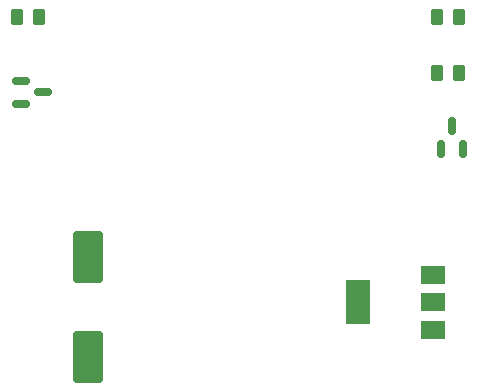
<source format=gbr>
%TF.GenerationSoftware,KiCad,Pcbnew,7.0.7*%
%TF.CreationDate,2023-10-27T22:05:31-06:00*%
%TF.ProjectId,RatGDO-OpenSource,52617447-444f-42d4-9f70-656e536f7572,rev?*%
%TF.SameCoordinates,Original*%
%TF.FileFunction,Paste,Top*%
%TF.FilePolarity,Positive*%
%FSLAX46Y46*%
G04 Gerber Fmt 4.6, Leading zero omitted, Abs format (unit mm)*
G04 Created by KiCad (PCBNEW 7.0.7) date 2023-10-27 22:05:31*
%MOMM*%
%LPD*%
G01*
G04 APERTURE LIST*
G04 Aperture macros list*
%AMRoundRect*
0 Rectangle with rounded corners*
0 $1 Rounding radius*
0 $2 $3 $4 $5 $6 $7 $8 $9 X,Y pos of 4 corners*
0 Add a 4 corners polygon primitive as box body*
4,1,4,$2,$3,$4,$5,$6,$7,$8,$9,$2,$3,0*
0 Add four circle primitives for the rounded corners*
1,1,$1+$1,$2,$3*
1,1,$1+$1,$4,$5*
1,1,$1+$1,$6,$7*
1,1,$1+$1,$8,$9*
0 Add four rect primitives between the rounded corners*
20,1,$1+$1,$2,$3,$4,$5,0*
20,1,$1+$1,$4,$5,$6,$7,0*
20,1,$1+$1,$6,$7,$8,$9,0*
20,1,$1+$1,$8,$9,$2,$3,0*%
G04 Aperture macros list end*
%ADD10R,2.000000X1.500000*%
%ADD11R,2.000000X3.800000*%
%ADD12RoundRect,0.250000X-0.262500X-0.450000X0.262500X-0.450000X0.262500X0.450000X-0.262500X0.450000X0*%
%ADD13RoundRect,0.150000X-0.587500X-0.150000X0.587500X-0.150000X0.587500X0.150000X-0.587500X0.150000X0*%
%ADD14RoundRect,0.150000X0.150000X-0.587500X0.150000X0.587500X-0.150000X0.587500X-0.150000X-0.587500X0*%
%ADD15RoundRect,0.250000X-1.000000X1.950000X-1.000000X-1.950000X1.000000X-1.950000X1.000000X1.950000X0*%
%ADD16RoundRect,0.250000X0.262500X0.450000X-0.262500X0.450000X-0.262500X-0.450000X0.262500X-0.450000X0*%
G04 APERTURE END LIST*
D10*
%TO.C,U2*%
X157430000Y-105170000D03*
X157430000Y-102870000D03*
D11*
X151130000Y-102870000D03*
D10*
X157430000Y-100570000D03*
%TD*%
D12*
%TO.C,R3*%
X122277500Y-78740000D03*
X124102500Y-78740000D03*
%TD*%
D13*
%TO.C,Q2*%
X122585000Y-84140000D03*
X122585000Y-86040000D03*
X124460000Y-85090000D03*
%TD*%
D14*
%TO.C,Q1*%
X158132500Y-89837500D03*
X160032500Y-89837500D03*
X159082500Y-87962500D03*
%TD*%
D12*
%TO.C,R2*%
X157837500Y-78740000D03*
X159662500Y-78740000D03*
%TD*%
D15*
%TO.C,C1*%
X128270000Y-99060000D03*
X128270000Y-107460000D03*
%TD*%
D16*
%TO.C,R1*%
X159662500Y-83462500D03*
X157837500Y-83462500D03*
%TD*%
M02*

</source>
